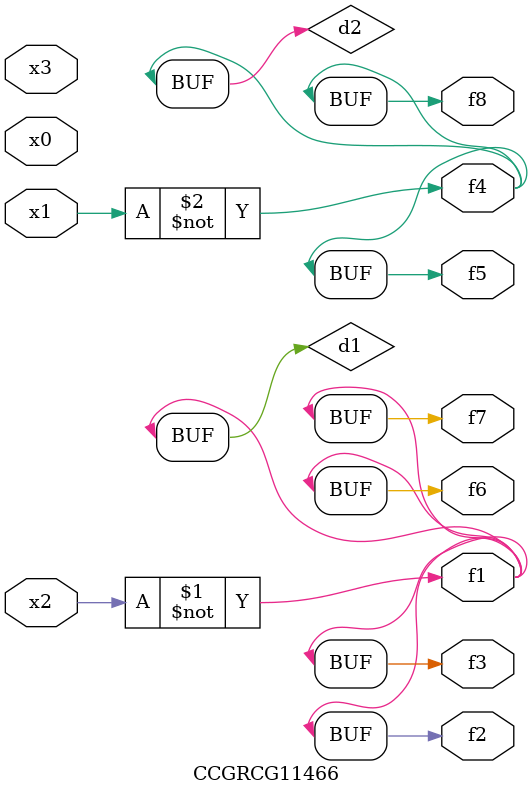
<source format=v>
module CCGRCG11466(
	input x0, x1, x2, x3,
	output f1, f2, f3, f4, f5, f6, f7, f8
);

	wire d1, d2;

	xnor (d1, x2);
	not (d2, x1);
	assign f1 = d1;
	assign f2 = d1;
	assign f3 = d1;
	assign f4 = d2;
	assign f5 = d2;
	assign f6 = d1;
	assign f7 = d1;
	assign f8 = d2;
endmodule

</source>
